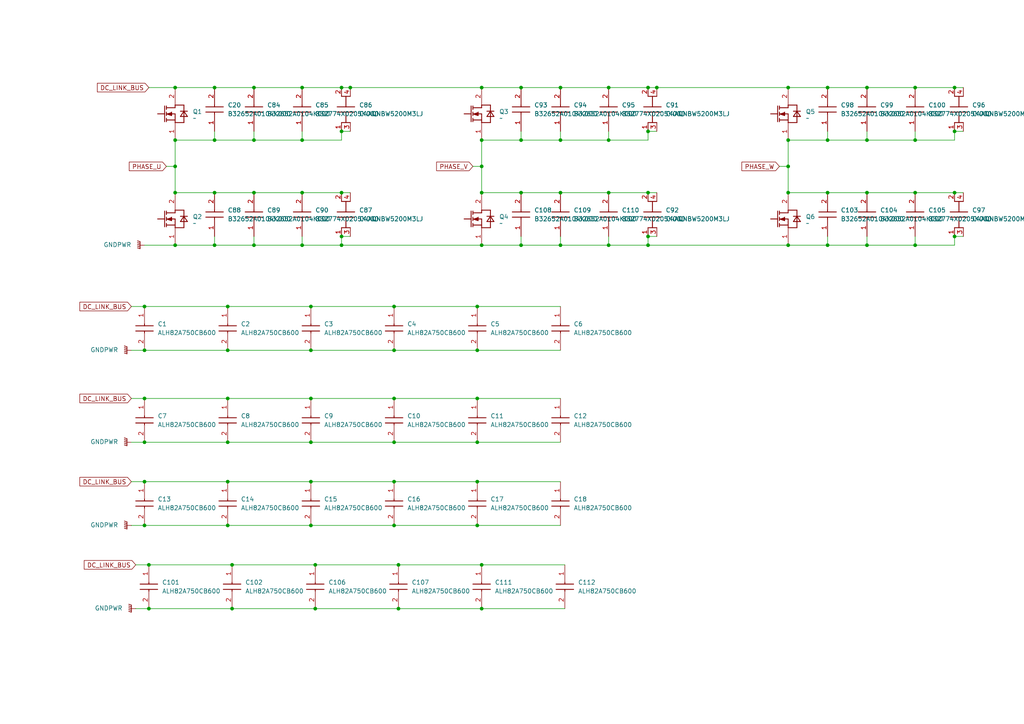
<source format=kicad_sch>
(kicad_sch (version 20250114) (generator "eeschema") (generator_version "9.0")
  (paper "A4")
  (junction (at 251.46 40.64))
  (junction (at 151.13 71.12))
  (junction (at 187.96 25.4))
  (junction (at 187.96 71.12))
  (junction (at 162.56 55.88))
  (junction (at 41.91 128.27))
  (junction (at 138.43 115.57))
  (junction (at 139.7 25.4))
  (junction (at 251.46 25.4))
  (junction (at 114.3 88.9))
  (junction (at 151.13 40.64))
  (junction (at 90.17 88.9))
  (junction (at 50.8 48.26))
  (junction (at 240.03 25.4))
  (junction (at 162.56 71.12))
  (junction (at 228.6 71.12))
  (junction (at 73.66 25.4))
  (junction (at 67.31 163.83))
  (junction (at 228.6 40.64))
  (junction (at 73.66 71.12))
  (junction (at 114.3 139.7))
  (junction (at 139.7 163.83))
  (junction (at 138.43 152.4))
  (junction (at 276.86 25.4))
  (junction (at 62.23 71.12))
  (junction (at 240.03 55.88))
  (junction (at 87.63 25.4))
  (junction (at 66.04 128.27))
  (junction (at 87.63 40.64))
  (junction (at 99.06 68.58))
  (junction (at 62.23 40.64))
  (junction (at 90.17 128.27))
  (junction (at 62.23 55.88))
  (junction (at 50.8 55.88))
  (junction (at 99.06 55.88))
  (junction (at 41.91 152.4))
  (junction (at 90.17 101.6))
  (junction (at 115.57 163.83))
  (junction (at 99.06 71.12))
  (junction (at 66.04 139.7))
  (junction (at 41.91 101.6))
  (junction (at 265.43 71.12))
  (junction (at 187.96 55.88))
  (junction (at 187.96 68.58))
  (junction (at 176.53 71.12))
  (junction (at 139.7 176.53))
  (junction (at 162.56 40.64))
  (junction (at 139.7 55.88))
  (junction (at 187.96 38.1))
  (junction (at 240.03 71.12))
  (junction (at 41.91 115.57))
  (junction (at 176.53 40.64))
  (junction (at 138.43 128.27))
  (junction (at 190.5 25.4))
  (junction (at 114.3 128.27))
  (junction (at 240.03 40.64))
  (junction (at 99.06 38.1))
  (junction (at 66.04 152.4))
  (junction (at 41.91 88.9))
  (junction (at 162.56 25.4))
  (junction (at 66.04 88.9))
  (junction (at 50.8 25.4))
  (junction (at 90.17 115.57))
  (junction (at 101.6 25.4))
  (junction (at 114.3 101.6))
  (junction (at 73.66 40.64))
  (junction (at 99.06 25.4))
  (junction (at 228.6 25.4))
  (junction (at 276.86 38.1))
  (junction (at 151.13 55.88))
  (junction (at 62.23 25.4))
  (junction (at 276.86 55.88))
  (junction (at 91.44 176.53))
  (junction (at 90.17 152.4))
  (junction (at 138.43 101.6))
  (junction (at 91.44 163.83))
  (junction (at 43.18 163.83))
  (junction (at 265.43 55.88))
  (junction (at 43.18 176.53))
  (junction (at 276.86 68.58))
  (junction (at 41.91 139.7))
  (junction (at 90.17 139.7))
  (junction (at 139.7 71.12))
  (junction (at 66.04 115.57))
  (junction (at 66.04 101.6))
  (junction (at 176.53 25.4))
  (junction (at 73.66 55.88))
  (junction (at 50.8 40.64))
  (junction (at 139.7 48.26))
  (junction (at 265.43 25.4))
  (junction (at 251.46 71.12))
  (junction (at 228.6 55.88))
  (junction (at 87.63 55.88))
  (junction (at 50.8 71.12))
  (junction (at 67.31 176.53))
  (junction (at 139.7 40.64))
  (junction (at 87.63 71.12))
  (junction (at 251.46 55.88))
  (junction (at 138.43 88.9))
  (junction (at 151.13 25.4))
  (junction (at 228.6 48.26))
  (junction (at 114.3 115.57))
  (junction (at 176.53 55.88))
  (junction (at 115.57 176.53))
  (junction (at 265.43 40.64))
  (junction (at 138.43 139.7))
  (junction (at 114.3 152.4))
  (wire (pts (xy 66.04 115.57) (xy 90.17 115.57)))
  (wire (pts (xy 151.13 55.88) (xy 162.56 55.88)))
  (wire (pts (xy 99.06 38.1) (xy 99.06 40.64)))
  (wire (pts (xy 114.3 88.9) (xy 138.43 88.9)))
  (wire (pts (xy 276.86 55.88) (xy 279.4 55.88)))
  (wire (pts (xy 99.06 68.58) (xy 101.6 68.58)))
  (wire (pts (xy 62.23 25.4) (xy 73.66 25.4)))
  (wire (pts (xy 151.13 38.1) (xy 151.13 40.64)))
  (wire (pts (xy 176.53 40.64) (xy 187.96 40.64)))
  (wire (pts (xy 114.3 152.4) (xy 138.43 152.4)))
  (wire (pts (xy 43.18 25.4) (xy 50.8 25.4)))
  (wire (pts (xy 43.18 163.83) (xy 67.31 163.83)))
  (wire (pts (xy 99.06 38.1) (xy 101.6 38.1)))
  (wire (pts (xy 276.86 38.1) (xy 276.86 40.64)))
  (wire (pts (xy 41.91 152.4) (xy 66.04 152.4)))
  (wire (pts (xy 151.13 68.58) (xy 151.13 71.12)))
  (wire (pts (xy 240.03 68.58) (xy 240.03 71.12)))
  (wire (pts (xy 41.91 101.6) (xy 66.04 101.6)))
  (wire (pts (xy 162.56 40.64) (xy 176.53 40.64)))
  (wire (pts (xy 240.03 55.88) (xy 251.46 55.88)))
  (wire (pts (xy 251.46 55.88) (xy 265.43 55.88)))
  (wire (pts (xy 41.91 139.7) (xy 66.04 139.7)))
  (wire (pts (xy 251.46 40.64) (xy 265.43 40.64)))
  (wire (pts (xy 87.63 68.58) (xy 87.63 71.12)))
  (wire (pts (xy 38.1 88.9) (xy 41.91 88.9)))
  (wire (pts (xy 139.7 71.12) (xy 151.13 71.12)))
  (wire (pts (xy 50.8 25.4) (xy 62.23 25.4)))
  (wire (pts (xy 240.03 71.12) (xy 251.46 71.12)))
  (wire (pts (xy 87.63 71.12) (xy 99.06 71.12)))
  (wire (pts (xy 66.04 128.27) (xy 90.17 128.27)))
  (wire (pts (xy 162.56 55.88) (xy 176.53 55.88)))
  (wire (pts (xy 50.8 48.26) (xy 50.8 55.88)))
  (wire (pts (xy 228.6 55.88) (xy 240.03 55.88)))
  (wire (pts (xy 43.18 176.53) (xy 67.31 176.53)))
  (wire (pts (xy 67.31 176.53) (xy 91.44 176.53)))
  (wire (pts (xy 101.6 25.4) (xy 139.7 25.4)))
  (wire (pts (xy 41.91 88.9) (xy 66.04 88.9)))
  (wire (pts (xy 139.7 55.88) (xy 151.13 55.88)))
  (wire (pts (xy 114.3 139.7) (xy 138.43 139.7)))
  (wire (pts (xy 240.03 38.1) (xy 240.03 40.64)))
  (wire (pts (xy 50.8 40.64) (xy 50.8 48.26)))
  (wire (pts (xy 139.7 40.64) (xy 139.7 48.26)))
  (wire (pts (xy 73.66 40.64) (xy 87.63 40.64)))
  (wire (pts (xy 228.6 25.4) (xy 240.03 25.4)))
  (wire (pts (xy 176.53 68.58) (xy 176.53 71.12)))
  (wire (pts (xy 187.96 68.58) (xy 187.96 71.12)))
  (wire (pts (xy 187.96 25.4) (xy 190.5 25.4)))
  (wire (pts (xy 115.57 163.83) (xy 139.7 163.83)))
  (wire (pts (xy 39.37 163.83) (xy 43.18 163.83)))
  (wire (pts (xy 276.86 38.1) (xy 279.4 38.1)))
  (wire (pts (xy 91.44 163.83) (xy 115.57 163.83)))
  (wire (pts (xy 162.56 71.12) (xy 176.53 71.12)))
  (wire (pts (xy 265.43 40.64) (xy 276.86 40.64)))
  (wire (pts (xy 90.17 101.6) (xy 114.3 101.6)))
  (wire (pts (xy 226.06 48.26) (xy 228.6 48.26)))
  (wire (pts (xy 137.16 48.26) (xy 139.7 48.26)))
  (wire (pts (xy 41.91 128.27) (xy 66.04 128.27)))
  (wire (pts (xy 114.3 115.57) (xy 138.43 115.57)))
  (wire (pts (xy 39.37 176.53) (xy 43.18 176.53)))
  (wire (pts (xy 187.96 55.88) (xy 190.5 55.88)))
  (wire (pts (xy 151.13 71.12) (xy 162.56 71.12)))
  (wire (pts (xy 265.43 68.58) (xy 265.43 71.12)))
  (wire (pts (xy 176.53 25.4) (xy 187.96 25.4)))
  (wire (pts (xy 41.91 115.57) (xy 66.04 115.57)))
  (wire (pts (xy 176.53 38.1) (xy 176.53 40.64)))
  (wire (pts (xy 62.23 71.12) (xy 73.66 71.12)))
  (wire (pts (xy 66.04 139.7) (xy 90.17 139.7)))
  (wire (pts (xy 50.8 40.64) (xy 62.23 40.64)))
  (wire (pts (xy 176.53 71.12) (xy 187.96 71.12)))
  (wire (pts (xy 87.63 40.64) (xy 99.06 40.64)))
  (wire (pts (xy 90.17 152.4) (xy 114.3 152.4)))
  (wire (pts (xy 176.53 55.88) (xy 187.96 55.88)))
  (wire (pts (xy 251.46 71.12) (xy 265.43 71.12)))
  (wire (pts (xy 99.06 71.12) (xy 139.7 71.12)))
  (wire (pts (xy 228.6 40.64) (xy 228.6 48.26)))
  (wire (pts (xy 114.3 101.6) (xy 138.43 101.6)))
  (wire (pts (xy 73.66 25.4) (xy 87.63 25.4)))
  (wire (pts (xy 115.57 176.53) (xy 139.7 176.53)))
  (wire (pts (xy 251.46 38.1) (xy 251.46 40.64)))
  (wire (pts (xy 138.43 88.9) (xy 162.56 88.9)))
  (wire (pts (xy 276.86 68.58) (xy 276.86 71.12)))
  (wire (pts (xy 162.56 68.58) (xy 162.56 71.12)))
  (wire (pts (xy 151.13 25.4) (xy 162.56 25.4)))
  (wire (pts (xy 265.43 71.12) (xy 276.86 71.12)))
  (wire (pts (xy 87.63 25.4) (xy 99.06 25.4)))
  (wire (pts (xy 162.56 38.1) (xy 162.56 40.64)))
  (wire (pts (xy 162.56 25.4) (xy 176.53 25.4)))
  (wire (pts (xy 251.46 25.4) (xy 265.43 25.4)))
  (wire (pts (xy 38.1 139.7) (xy 41.91 139.7)))
  (wire (pts (xy 187.96 71.12) (xy 228.6 71.12)))
  (wire (pts (xy 62.23 68.58) (xy 62.23 71.12)))
  (wire (pts (xy 38.1 115.57) (xy 41.91 115.57)))
  (wire (pts (xy 73.66 71.12) (xy 87.63 71.12)))
  (wire (pts (xy 66.04 101.6) (xy 90.17 101.6)))
  (wire (pts (xy 73.66 38.1) (xy 73.66 40.64)))
  (wire (pts (xy 38.1 101.6) (xy 41.91 101.6)))
  (wire (pts (xy 114.3 128.27) (xy 138.43 128.27)))
  (wire (pts (xy 138.43 128.27) (xy 162.56 128.27)))
  (wire (pts (xy 240.03 40.64) (xy 251.46 40.64)))
  (wire (pts (xy 138.43 101.6) (xy 162.56 101.6)))
  (wire (pts (xy 139.7 163.83) (xy 163.83 163.83)))
  (wire (pts (xy 138.43 139.7) (xy 162.56 139.7)))
  (wire (pts (xy 139.7 25.4) (xy 151.13 25.4)))
  (wire (pts (xy 276.86 68.58) (xy 279.4 68.58)))
  (wire (pts (xy 138.43 115.57) (xy 162.56 115.57)))
  (wire (pts (xy 87.63 38.1) (xy 87.63 40.64)))
  (wire (pts (xy 265.43 25.4) (xy 276.86 25.4)))
  (wire (pts (xy 187.96 38.1) (xy 190.5 38.1)))
  (wire (pts (xy 276.86 25.4) (xy 279.4 25.4)))
  (wire (pts (xy 48.26 48.26) (xy 50.8 48.26)))
  (wire (pts (xy 50.8 71.12) (xy 62.23 71.12)))
  (wire (pts (xy 73.66 55.88) (xy 87.63 55.88)))
  (wire (pts (xy 99.06 68.58) (xy 99.06 71.12)))
  (wire (pts (xy 139.7 48.26) (xy 139.7 55.88)))
  (wire (pts (xy 66.04 152.4) (xy 90.17 152.4)))
  (wire (pts (xy 138.43 152.4) (xy 162.56 152.4)))
  (wire (pts (xy 265.43 55.88) (xy 276.86 55.88)))
  (wire (pts (xy 66.04 88.9) (xy 90.17 88.9)))
  (wire (pts (xy 38.1 128.27) (xy 41.91 128.27)))
  (wire (pts (xy 187.96 68.58) (xy 190.5 68.58)))
  (wire (pts (xy 62.23 38.1) (xy 62.23 40.64)))
  (wire (pts (xy 187.96 38.1) (xy 187.96 40.64)))
  (wire (pts (xy 41.91 71.12) (xy 50.8 71.12)))
  (wire (pts (xy 151.13 40.64) (xy 162.56 40.64)))
  (wire (pts (xy 90.17 128.27) (xy 114.3 128.27)))
  (wire (pts (xy 62.23 40.64) (xy 73.66 40.64)))
  (wire (pts (xy 228.6 40.64) (xy 240.03 40.64)))
  (wire (pts (xy 62.23 55.88) (xy 73.66 55.88)))
  (wire (pts (xy 91.44 176.53) (xy 115.57 176.53)))
  (wire (pts (xy 90.17 139.7) (xy 114.3 139.7)))
  (wire (pts (xy 240.03 25.4) (xy 251.46 25.4)))
  (wire (pts (xy 251.46 68.58) (xy 251.46 71.12)))
  (wire (pts (xy 228.6 71.12) (xy 240.03 71.12)))
  (wire (pts (xy 139.7 40.64) (xy 151.13 40.64)))
  (wire (pts (xy 90.17 115.57) (xy 114.3 115.57)))
  (wire (pts (xy 73.66 68.58) (xy 73.66 71.12)))
  (wire (pts (xy 228.6 48.26) (xy 228.6 55.88)))
  (wire (pts (xy 90.17 88.9) (xy 114.3 88.9)))
  (wire (pts (xy 99.06 55.88) (xy 101.6 55.88)))
  (wire (pts (xy 99.06 25.4) (xy 101.6 25.4)))
  (wire (pts (xy 139.7 176.53) (xy 163.83 176.53)))
  (wire (pts (xy 67.31 163.83) (xy 91.44 163.83)))
  (wire (pts (xy 190.5 25.4) (xy 228.6 25.4)))
  (wire (pts (xy 38.1 152.4) (xy 41.91 152.4)))
  (wire (pts (xy 87.63 55.88) (xy 99.06 55.88)))
  (wire (pts (xy 265.43 38.1) (xy 265.43 40.64)))
  (wire (pts (xy 50.8 55.88) (xy 62.23 55.88)))
  (global_label "DC_LINK_BUS" (shape input) (at 38.1 115.57 180) (property "Intersheetrefs" "${INTERSHEET_REFS}" (effects (hide yes))))
  (global_label "DC_LINK_BUS" (shape input) (at 38.1 139.7 180) (property "Intersheetrefs" "${INTERSHEET_REFS}" (effects (hide yes))))
  (global_label "PHASE_U" (shape input) (at 48.26 48.26 180) (property "Intersheetrefs" "${INTERSHEET_REFS}" (effects (hide yes))))
  (global_label "DC_LINK_BUS" (shape input) (at 38.1 88.9 180) (property "Intersheetrefs" "${INTERSHEET_REFS}" (effects (hide yes))))
  (global_label "PHASE_V" (shape input) (at 137.16 48.26 180) (property "Intersheetrefs" "${INTERSHEET_REFS}" (effects (hide yes))))
  (global_label "PHASE_W" (shape input) (at 226.06 48.26 180) (property "Intersheetrefs" "${INTERSHEET_REFS}" (effects (hide yes))))
  (global_label "DC_LINK_BUS" (shape input) (at 43.18 25.4 180) (property "Intersheetrefs" "${INTERSHEET_REFS}" (effects (hide yes))))
  (global_label "DC_LINK_BUS" (shape input) (at 39.37 163.83 180) (property "Intersheetrefs" "${INTERSHEET_REFS}" (effects (hide yes))))
  (symbol (lib_id "InverterCom:B32652A0104K000") (at 251.46 68.58 90) (unit 1)
    (property "Reference" "C104" (at 255.27 60.9599 90) (effects (justify right)))
    (property "Value" "B32652A0104K000" (at 255.27 63.4999 90) (effects (justify right)))
    (property "Footprint" "InverterCom:B32652__18_x_9_" (effects (hide yes)))
    (property "Datasheet" "https://componentsearchengine.com/Datasheets/1/B32652A0104K000.pdf" (effects (hide yes)))
    (property "Description" "Metallized Polypropylene Capacitors (MKP/MFP), 0.1uF, 1000V DC, 9mm(W) x 17.5mm(H) x 18mm(L)" (effects (hide yes)))
    (property "Height" "17.5" (effects (hide yes)))
    (property "Mouser Part Number" "871-B32652A104K" (effects (hide yes)))
    (property "Mouser Price/Stock" "https://www.mouser.com/Search/Refine.aspx?Keyword=871-B32652A104K" (effects (hide yes)))
    (property "Manufacturer_Name" "TDK" (effects (hide yes)))
    (property "Manufacturer_Part_Number" "B32652A0104K000" (effects (hide yes)))
  )
  (symbol (lib_id "InverterCom:ALH82A750CB600") (at 90.17 139.7 270) (unit 1)
    (property "Reference" "C15" (at 93.98 144.7799 90) (effects (justify left)))
    (property "Value" "ALH82A750CB600" (at 93.98 147.3199 90) (effects (justify left)))
    (property "Footprint" "InverterCom:ALH82A750CB600" (effects (hide yes)))
    (property "Datasheet" "https://search.kemet.com/component-documentation/download/specsheet/ALH82A750CB600" (effects (hide yes)))
    (property "Description" "75 F 600 V Aluminum Electrolytic Capacitors Radial, Can - Snap-In 1.861Ohm @ 100Hz 3000 Hrs @ 105C" (effects (hide yes)))
    (property "Height" "32" (effects (hide yes)))
    (property "Mouser Part Number" "80-ALH82A750CB600" (effects (hide yes)))
    (property "Mouser Price/Stock" "https://www.mouser.co.uk/ProductDetail/KEMET/ALH82A750CB600?qs=IPgv5n7u5QYD2qLIrnuv%2FQ%3D%3D" (effects (hide yes)))
    (property "Manufacturer_Name" "KEMET" (effects (hide yes)))
    (property "Manufacturer_Part_Number" "ALH82A750CB600" (effects (hide yes)))
  )
  (symbol (lib_id "InverterCom:C4AQNBW5200M3LJ") (at 278.13 38.1 90) (unit 1)
    (property "Reference" "C96" (at 281.94 30.4799 90) (effects (justify right)))
    (property "Value" "C4AQNBW5200M3LJ" (at 281.94 33.0199 90) (effects (justify right)))
    (property "Footprint" "InverterCom:C4AQNBW5200M3LJ" (effects (hide yes)))
    (property "Datasheet" "https://search.kemet.com/component-documentation/download/specsheet/C4AQNBW5200M3LJ" (effects (hide yes)))
    (property "Description" "C4AQ-M, Film, Metallized Polypropylene, Automotive DC Link, 20 uF, 5%, 1000 VDC, 85C, Lead Spacing = 37.5mm" (effects (hide yes)))
    (property "Height" "45.2" (effects (hide yes)))
    (property "Mouser Part Number" "80-C4AQNBW5200M3LJ" (effects (hide yes)))
    (property "Mouser Price/Stock" "https://www.mouser.co.uk/ProductDetail/KEMET/C4AQNBW5200M3LJ?qs=81r%252BiQLm7BTexTL%252BFIaRbw%3D%3D" (effects (hide yes)))
    (property "Manufacturer_Name" "KEMET" (effects (hide yes)))
    (property "Manufacturer_Part_Number" "C4AQNBW5200M3LJ" (effects (hide yes)))
  )
  (symbol (lib_id "InverterCom:B32652A0104K000") (at 62.23 68.58 90) (unit 1)
    (property "Reference" "C88" (at 66.04 60.9599 90) (effects (justify right)))
    (property "Value" "B32652A0104K000" (at 66.04 63.4999 90) (effects (justify right)))
    (property "Footprint" "InverterCom:B32652__18_x_9_" (effects (hide yes)))
    (property "Datasheet" "https://componentsearchengine.com/Datasheets/1/B32652A0104K000.pdf" (effects (hide yes)))
    (property "Description" "Metallized Polypropylene Capacitors (MKP/MFP), 0.1uF, 1000V DC, 9mm(W) x 17.5mm(H) x 18mm(L)" (effects (hide yes)))
    (property "Height" "17.5" (effects (hide yes)))
    (property "Mouser Part Number" "871-B32652A104K" (effects (hide yes)))
    (property "Mouser Price/Stock" "https://www.mouser.com/Search/Refine.aspx?Keyword=871-B32652A104K" (effects (hide yes)))
    (property "Manufacturer_Name" "TDK" (effects (hide yes)))
    (property "Manufacturer_Part_Number" "B32652A0104K000" (effects (hide yes)))
  )
  (symbol (lib_id "InverterCom:B32774X0205K000") (at 176.53 38.1 90) (unit 1)
    (property "Reference" "C95" (at 180.34 30.4799 90) (effects (justify right)))
    (property "Value" "B32774X0205K000" (at 180.34 33.0199 90) (effects (justify right)))
    (property "Footprint" "InverterCom:B32774X__31.5_x_12.5_" (effects (hide yes)))
    (property "Datasheet" "https://product.tdk.com/system/files/dam/doc/product/capacitor/film/mkp_mfp/data_sheet/20/20/ds/mkp_b32774xyz_778xyz.pdf" (effects (hide yes)))
    (property "Description" "Metallized Polypropylene Capacitors (MKP/MFP), 2uF, 1000V DC, 12.5mm(W) x 21.5mm(H) x 31.5mm(L)" (effects (hide yes)))
    (property "Mouser Part Number" "871-B32774X0205K000" (effects (hide yes)))
    (property "Mouser Price/Stock" "https://www.mouser.co.uk/ProductDetail/EPCOS-TDK/B32774X0205K000?qs=RcG8xmE7yp3ZVC860hBcuA%3D%3D" (effects (hide yes)))
    (property "Manufacturer_Name" "TDK" (effects (hide yes)))
    (property "Manufacturer_Part_Number" "B32774X0205K000" (effects (hide yes)))
  )
  (symbol (lib_id "InverterCom:ALH82A750CB600") (at 114.3 88.9 270) (unit 1)
    (property "Reference" "C4" (at 118.11 93.9799 90) (effects (justify left)))
    (property "Value" "ALH82A750CB600" (at 118.11 96.5199 90) (effects (justify left)))
    (property "Footprint" "InverterCom:ALH82A750CB600" (effects (hide yes)))
    (property "Datasheet" "https://search.kemet.com/component-documentation/download/specsheet/ALH82A750CB600" (effects (hide yes)))
    (property "Description" "75 F 600 V Aluminum Electrolytic Capacitors Radial, Can - Snap-In 1.861Ohm @ 100Hz 3000 Hrs @ 105C" (effects (hide yes)))
    (property "Height" "32" (effects (hide yes)))
    (property "Mouser Part Number" "80-ALH82A750CB600" (effects (hide yes)))
    (property "Mouser Price/Stock" "https://www.mouser.co.uk/ProductDetail/KEMET/ALH82A750CB600?qs=IPgv5n7u5QYD2qLIrnuv%2FQ%3D%3D" (effects (hide yes)))
    (property "Manufacturer_Name" "KEMET" (effects (hide yes)))
    (property "Manufacturer_Part_Number" "ALH82A750CB600" (effects (hide yes)))
  )
  (symbol (lib_id "InverterCom:ALH82A750CB600") (at 114.3 139.7 270) (unit 1)
    (property "Reference" "C16" (at 118.11 144.7799 90) (effects (justify left)))
    (property "Value" "ALH82A750CB600" (at 118.11 147.3199 90) (effects (justify left)))
    (property "Footprint" "InverterCom:ALH82A750CB600" (effects (hide yes)))
    (property "Datasheet" "https://search.kemet.com/component-documentation/download/specsheet/ALH82A750CB600" (effects (hide yes)))
    (property "Description" "75 F 600 V Aluminum Electrolytic Capacitors Radial, Can - Snap-In 1.861Ohm @ 100Hz 3000 Hrs @ 105C" (effects (hide yes)))
    (property "Height" "32" (effects (hide yes)))
    (property "Mouser Part Number" "80-ALH82A750CB600" (effects (hide yes)))
    (property "Mouser Price/Stock" "https://www.mouser.co.uk/ProductDetail/KEMET/ALH82A750CB600?qs=IPgv5n7u5QYD2qLIrnuv%2FQ%3D%3D" (effects (hide yes)))
    (property "Manufacturer_Name" "KEMET" (effects (hide yes)))
    (property "Manufacturer_Part_Number" "ALH82A750CB600" (effects (hide yes)))
  )
  (symbol (lib_id "InverterCom:ALH82A750CB600") (at 163.83 163.83 270) (unit 1)
    (property "Reference" "C112" (at 167.64 168.9099 90) (effects (justify left)))
    (property "Value" "ALH82A750CB600" (at 167.64 171.4499 90) (effects (justify left)))
    (property "Footprint" "InverterCom:ALH82A750CB600" (effects (hide yes)))
    (property "Datasheet" "https://search.kemet.com/component-documentation/download/specsheet/ALH82A750CB600" (effects (hide yes)))
    (property "Description" "75 F 600 V Aluminum Electrolytic Capacitors Radial, Can - Snap-In 1.861Ohm @ 100Hz 3000 Hrs @ 105C" (effects (hide yes)))
    (property "Height" "32" (effects (hide yes)))
    (property "Mouser Part Number" "80-ALH82A750CB600" (effects (hide yes)))
    (property "Mouser Price/Stock" "https://www.mouser.co.uk/ProductDetail/KEMET/ALH82A750CB600?qs=IPgv5n7u5QYD2qLIrnuv%2FQ%3D%3D" (effects (hide yes)))
    (property "Manufacturer_Name" "KEMET" (effects (hide yes)))
    (property "Manufacturer_Part_Number" "ALH82A750CB600" (effects (hide yes)))
  )
  (symbol (lib_id "power:GNDPWR") (at 38.1 152.4 270) (unit 1)
    (property "Reference" "#PWR04" (effects (hide yes)))
    (property "Value" "GNDPWR" (at 34.29 152.2729 90) (effects (justify right)))
    (property "Description" "Power symbol creates a global label with name \"GNDPWR\" , global ground" (effects (hide yes)))
  )
  (symbol (lib_id "InverterCom:ALH82A750CB600") (at 91.44 163.83 270) (unit 1)
    (property "Reference" "C106" (at 95.25 168.9099 90) (effects (justify left)))
    (property "Value" "ALH82A750CB600" (at 95.25 171.4499 90) (effects (justify left)))
    (property "Footprint" "InverterCom:ALH82A750CB600" (effects (hide yes)))
    (property "Datasheet" "https://search.kemet.com/component-documentation/download/specsheet/ALH82A750CB600" (effects (hide yes)))
    (property "Description" "75 F 600 V Aluminum Electrolytic Capacitors Radial, Can - Snap-In 1.861Ohm @ 100Hz 3000 Hrs @ 105C" (effects (hide yes)))
    (property "Height" "32" (effects (hide yes)))
    (property "Mouser Part Number" "80-ALH82A750CB600" (effects (hide yes)))
    (property "Mouser Price/Stock" "https://www.mouser.co.uk/ProductDetail/KEMET/ALH82A750CB600?qs=IPgv5n7u5QYD2qLIrnuv%2FQ%3D%3D" (effects (hide yes)))
    (property "Manufacturer_Name" "KEMET" (effects (hide yes)))
    (property "Manufacturer_Part_Number" "ALH82A750CB600" (effects (hide yes)))
  )
  (symbol (lib_id "InverterCom:C4AQNBW5200M3LJ") (at 189.23 68.58 90) (unit 1)
    (property "Reference" "C92" (at 193.04 60.9599 90) (effects (justify right)))
    (property "Value" "C4AQNBW5200M3LJ" (at 193.04 63.4999 90) (effects (justify right)))
    (property "Footprint" "InverterCom:C4AQNBW5200M3LJ" (effects (hide yes)))
    (property "Datasheet" "https://search.kemet.com/component-documentation/download/specsheet/C4AQNBW5200M3LJ" (effects (hide yes)))
    (property "Description" "C4AQ-M, Film, Metallized Polypropylene, Automotive DC Link, 20 uF, 5%, 1000 VDC, 85C, Lead Spacing = 37.5mm" (effects (hide yes)))
    (property "Height" "45.2" (effects (hide yes)))
    (property "Mouser Part Number" "80-C4AQNBW5200M3LJ" (effects (hide yes)))
    (property "Mouser Price/Stock" "https://www.mouser.co.uk/ProductDetail/KEMET/C4AQNBW5200M3LJ?qs=81r%252BiQLm7BTexTL%252BFIaRbw%3D%3D" (effects (hide yes)))
    (property "Manufacturer_Name" "KEMET" (effects (hide yes)))
    (property "Manufacturer_Part_Number" "C4AQNBW5200M3LJ" (effects (hide yes)))
  )
  (symbol (lib_id "InverterCom:ALH82A750CB600") (at 138.43 139.7 270) (unit 1)
    (property "Reference" "C17" (at 142.24 144.7799 90) (effects (justify left)))
    (property "Value" "ALH82A750CB600" (at 142.24 147.3199 90) (effects (justify left)))
    (property "Footprint" "InverterCom:ALH82A750CB600" (effects (hide yes)))
    (property "Datasheet" "https://search.kemet.com/component-documentation/download/specsheet/ALH82A750CB600" (effects (hide yes)))
    (property "Description" "75 F 600 V Aluminum Electrolytic Capacitors Radial, Can - Snap-In 1.861Ohm @ 100Hz 3000 Hrs @ 105C" (effects (hide yes)))
    (property "Height" "32" (effects (hide yes)))
    (property "Mouser Part Number" "80-ALH82A750CB600" (effects (hide yes)))
    (property "Mouser Price/Stock" "https://www.mouser.co.uk/ProductDetail/KEMET/ALH82A750CB600?qs=IPgv5n7u5QYD2qLIrnuv%2FQ%3D%3D" (effects (hide yes)))
    (property "Manufacturer_Name" "KEMET" (effects (hide yes)))
    (property "Manufacturer_Part_Number" "ALH82A750CB600" (effects (hide yes)))
  )
  (symbol (lib_id "InverterCom:B32652A0104K000") (at 73.66 68.58 90) (unit 1)
    (property "Reference" "C89" (at 77.47 60.9599 90) (effects (justify right)))
    (property "Value" "B32652A0104K000" (at 77.47 63.4999 90) (effects (justify right)))
    (property "Footprint" "InverterCom:B32652__18_x_9_" (effects (hide yes)))
    (property "Datasheet" "https://componentsearchengine.com/Datasheets/1/B32652A0104K000.pdf" (effects (hide yes)))
    (property "Description" "Metallized Polypropylene Capacitors (MKP/MFP), 0.1uF, 1000V DC, 9mm(W) x 17.5mm(H) x 18mm(L)" (effects (hide yes)))
    (property "Height" "17.5" (effects (hide yes)))
    (property "Mouser Part Number" "871-B32652A104K" (effects (hide yes)))
    (property "Mouser Price/Stock" "https://www.mouser.com/Search/Refine.aspx?Keyword=871-B32652A104K" (effects (hide yes)))
    (property "Manufacturer_Name" "TDK" (effects (hide yes)))
    (property "Manufacturer_Part_Number" "B32652A0104K000" (effects (hide yes)))
  )
  (symbol (lib_id "InverterCom:B32652A0104K000") (at 162.56 68.58 90) (unit 1)
    (property "Reference" "C109" (at 166.37 60.9599 90) (effects (justify right)))
    (property "Value" "B32652A0104K000" (at 166.37 63.4999 90) (effects (justify right)))
    (property "Footprint" "InverterCom:B32652__18_x_9_" (effects (hide yes)))
    (property "Datasheet" "https://componentsearchengine.com/Datasheets/1/B32652A0104K000.pdf" (effects (hide yes)))
    (property "Description" "Metallized Polypropylene Capacitors (MKP/MFP), 0.1uF, 1000V DC, 9mm(W) x 17.5mm(H) x 18mm(L)" (effects (hide yes)))
    (property "Height" "17.5" (effects (hide yes)))
    (property "Mouser Part Number" "871-B32652A104K" (effects (hide yes)))
    (property "Mouser Price/Stock" "https://www.mouser.com/Search/Refine.aspx?Keyword=871-B32652A104K" (effects (hide yes)))
    (property "Manufacturer_Name" "TDK" (effects (hide yes)))
    (property "Manufacturer_Part_Number" "B32652A0104K000" (effects (hide yes)))
  )
  (symbol (lib_id "power:GNDPWR") (at 38.1 128.27 270) (unit 1)
    (property "Reference" "#PWR03" (effects (hide yes)))
    (property "Value" "GNDPWR" (at 34.29 128.1429 90) (effects (justify right)))
    (property "Description" "Power symbol creates a global label with name \"GNDPWR\" , global ground" (effects (hide yes)))
  )
  (symbol (lib_id "InverterCom:C4AQNBW5200M3LJ") (at 100.33 68.58 90) (unit 1)
    (property "Reference" "C87" (at 104.14 60.9599 90) (effects (justify right)))
    (property "Value" "C4AQNBW5200M3LJ" (at 104.14 63.4999 90) (effects (justify right)))
    (property "Footprint" "InverterCom:C4AQNBW5200M3LJ" (effects (hide yes)))
    (property "Datasheet" "https://search.kemet.com/component-documentation/download/specsheet/C4AQNBW5200M3LJ" (effects (hide yes)))
    (property "Description" "C4AQ-M, Film, Metallized Polypropylene, Automotive DC Link, 20 uF, 5%, 1000 VDC, 85C, Lead Spacing = 37.5mm" (effects (hide yes)))
    (property "Height" "45.2" (effects (hide yes)))
    (property "Mouser Part Number" "80-C4AQNBW5200M3LJ" (effects (hide yes)))
    (property "Mouser Price/Stock" "https://www.mouser.co.uk/ProductDetail/KEMET/C4AQNBW5200M3LJ?qs=81r%252BiQLm7BTexTL%252BFIaRbw%3D%3D" (effects (hide yes)))
    (property "Manufacturer_Name" "KEMET" (effects (hide yes)))
    (property "Manufacturer_Part_Number" "C4AQNBW5200M3LJ" (effects (hide yes)))
  )
  (symbol (lib_id "InverterCom:ALH82A750CB600") (at 115.57 163.83 270) (unit 1)
    (property "Reference" "C107" (at 119.38 168.9099 90) (effects (justify left)))
    (property "Value" "ALH82A750CB600" (at 119.38 171.4499 90) (effects (justify left)))
    (property "Footprint" "InverterCom:ALH82A750CB600" (effects (hide yes)))
    (property "Datasheet" "https://search.kemet.com/component-documentation/download/specsheet/ALH82A750CB600" (effects (hide yes)))
    (property "Description" "75 F 600 V Aluminum Electrolytic Capacitors Radial, Can - Snap-In 1.861Ohm @ 100Hz 3000 Hrs @ 105C" (effects (hide yes)))
    (property "Height" "32" (effects (hide yes)))
    (property "Mouser Part Number" "80-ALH82A750CB600" (effects (hide yes)))
    (property "Mouser Price/Stock" "https://www.mouser.co.uk/ProductDetail/KEMET/ALH82A750CB600?qs=IPgv5n7u5QYD2qLIrnuv%2FQ%3D%3D" (effects (hide yes)))
    (property "Manufacturer_Name" "KEMET" (effects (hide yes)))
    (property "Manufacturer_Part_Number" "ALH82A750CB600" (effects (hide yes)))
  )
  (symbol (lib_id "InverterCom:ALH82A750CB600") (at 66.04 88.9 270) (unit 1)
    (property "Reference" "C2" (at 69.85 93.9799 90) (effects (justify left)))
    (property "Value" "ALH82A750CB600" (at 69.85 96.5199 90) (effects (justify left)))
    (property "Footprint" "InverterCom:ALH82A750CB600" (effects (hide yes)))
    (property "Datasheet" "https://search.kemet.com/component-documentation/download/specsheet/ALH82A750CB600" (effects (hide yes)))
    (property "Description" "75 F 600 V Aluminum Electrolytic Capacitors Radial, Can - Snap-In 1.861Ohm @ 100Hz 3000 Hrs @ 105C" (effects (hide yes)))
    (property "Height" "32" (effects (hide yes)))
    (property "Mouser Part Number" "80-ALH82A750CB600" (effects (hide yes)))
    (property "Mouser Price/Stock" "https://www.mouser.co.uk/ProductDetail/KEMET/ALH82A750CB600?qs=IPgv5n7u5QYD2qLIrnuv%2FQ%3D%3D" (effects (hide yes)))
    (property "Manufacturer_Name" "KEMET" (effects (hide yes)))
    (property "Manufacturer_Part_Number" "ALH82A750CB600" (effects (hide yes)))
  )
  (symbol (lib_id "InverterCom:ALH82A750CB600") (at 162.56 88.9 270) (unit 1)
    (property "Reference" "C6" (at 166.37 93.9799 90) (effects (justify left)))
    (property "Value" "ALH82A750CB600" (at 166.37 96.5199 90) (effects (justify left)))
    (property "Footprint" "InverterCom:ALH82A750CB600" (effects (hide yes)))
    (property "Datasheet" "https://search.kemet.com/component-documentation/download/specsheet/ALH82A750CB600" (effects (hide yes)))
    (property "Description" "75 F 600 V Aluminum Electrolytic Capacitors Radial, Can - Snap-In 1.861Ohm @ 100Hz 3000 Hrs @ 105C" (effects (hide yes)))
    (property "Height" "32" (effects (hide yes)))
    (property "Mouser Part Number" "80-ALH82A750CB600" (effects (hide yes)))
    (property "Mouser Price/Stock" "https://www.mouser.co.uk/ProductDetail/KEMET/ALH82A750CB600?qs=IPgv5n7u5QYD2qLIrnuv%2FQ%3D%3D" (effects (hide yes)))
    (property "Manufacturer_Name" "KEMET" (effects (hide yes)))
    (property "Manufacturer_Part_Number" "ALH82A750CB600" (effects (hide yes)))
  )
  (symbol (lib_id "InverterCom:B32774X0205K000") (at 265.43 38.1 90) (unit 1)
    (property "Reference" "C100" (at 269.24 30.4799 90) (effects (justify right)))
    (property "Value" "B32774X0205K000" (at 269.24 33.0199 90) (effects (justify right)))
    (property "Footprint" "InverterCom:B32774X__31.5_x_12.5_" (effects (hide yes)))
    (property "Datasheet" "https://product.tdk.com/system/files/dam/doc/product/capacitor/film/mkp_mfp/data_sheet/20/20/ds/mkp_b32774xyz_778xyz.pdf" (effects (hide yes)))
    (property "Description" "Metallized Polypropylene Capacitors (MKP/MFP), 2uF, 1000V DC, 12.5mm(W) x 21.5mm(H) x 31.5mm(L)" (effects (hide yes)))
    (property "Mouser Part Number" "871-B32774X0205K000" (effects (hide yes)))
    (property "Mouser Price/Stock" "https://www.mouser.co.uk/ProductDetail/EPCOS-TDK/B32774X0205K000?qs=RcG8xmE7yp3ZVC860hBcuA%3D%3D" (effects (hide yes)))
    (property "Manufacturer_Name" "TDK" (effects (hide yes)))
    (property "Manufacturer_Part_Number" "B32774X0205K000" (effects (hide yes)))
  )
  (symbol (lib_id "InverterCom:C4AQNBW5200M3LJ") (at 100.33 38.1 90) (unit 1)
    (property "Reference" "C86" (at 104.14 30.4799 90) (effects (justify right)))
    (property "Value" "C4AQNBW5200M3LJ" (at 104.14 33.0199 90) (effects (justify right)))
    (property "Footprint" "InverterCom:C4AQNBW5200M3LJ" (effects (hide yes)))
    (property "Datasheet" "https://search.kemet.com/component-documentation/download/specsheet/C4AQNBW5200M3LJ" (effects (hide yes)))
    (property "Description" "C4AQ-M, Film, Metallized Polypropylene, Automotive DC Link, 20 uF, 5%, 1000 VDC, 85C, Lead Spacing = 37.5mm" (effects (hide yes)))
    (property "Height" "45.2" (effects (hide yes)))
    (property "Mouser Part Number" "80-C4AQNBW5200M3LJ" (effects (hide yes)))
    (property "Mouser Price/Stock" "https://www.mouser.co.uk/ProductDetail/KEMET/C4AQNBW5200M3LJ?qs=81r%252BiQLm7BTexTL%252BFIaRbw%3D%3D" (effects (hide yes)))
    (property "Manufacturer_Name" "KEMET" (effects (hide yes)))
    (property "Manufacturer_Part_Number" "C4AQNBW5200M3LJ" (effects (hide yes)))
  )
  (symbol (lib_id "InverterCom:B32652A0104K000") (at 62.23 38.1 90) (unit 1)
    (property "Reference" "C20" (at 66.04 30.4799 90) (effects (justify right)))
    (property "Value" "B32652A0104K000" (at 66.04 33.0199 90) (effects (justify right)))
    (property "Footprint" "InverterCom:B32652__18_x_9_" (effects (hide yes)))
    (property "Datasheet" "https://componentsearchengine.com/Datasheets/1/B32652A0104K000.pdf" (effects (hide yes)))
    (property "Description" "Metallized Polypropylene Capacitors (MKP/MFP), 0.1uF, 1000V DC, 9mm(W) x 17.5mm(H) x 18mm(L)" (effects (hide yes)))
    (property "Height" "17.5" (effects (hide yes)))
    (property "Mouser Part Number" "871-B32652A104K" (effects (hide yes)))
    (property "Mouser Price/Stock" "https://www.mouser.com/Search/Refine.aspx?Keyword=871-B32652A104K" (effects (hide yes)))
    (property "Manufacturer_Name" "TDK" (effects (hide yes)))
    (property "Manufacturer_Part_Number" "B32652A0104K000" (effects (hide yes)))
  )
  (symbol (lib_id "InverterCom:CM600HA-24H_Power") (at 50.8 63.5 0) (unit 1)
    (property "Reference" "Q2" (at 55.88 62.8649 0) (effects (justify left)))
    (property "Value" "~" (at 55.88 64.77 0) (effects (justify left)))
    (property "Footprint" "InverterCom:CM600HA-24H-PWR" (effects (hide yes)))
  )
  (symbol (lib_id "InverterCom:B32774X0205K000") (at 265.43 68.58 90) (unit 1)
    (property "Reference" "C105" (at 269.24 60.9599 90) (effects (justify right)))
    (property "Value" "B32774X0205K000" (at 269.24 63.4999 90) (effects (justify right)))
    (property "Footprint" "InverterCom:B32774X__31.5_x_12.5_" (effects (hide yes)))
    (property "Datasheet" "https://product.tdk.com/system/files/dam/doc/product/capacitor/film/mkp_mfp/data_sheet/20/20/ds/mkp_b32774xyz_778xyz.pdf" (effects (hide yes)))
    (property "Description" "Metallized Polypropylene Capacitors (MKP/MFP), 2uF, 1000V DC, 12.5mm(W) x 21.5mm(H) x 31.5mm(L)" (effects (hide yes)))
    (property "Mouser Part Number" "871-B32774X0205K000" (effects (hide yes)))
    (property "Mouser Price/Stock" "https://www.mouser.co.uk/ProductDetail/EPCOS-TDK/B32774X0205K000?qs=RcG8xmE7yp3ZVC860hBcuA%3D%3D" (effects (hide yes)))
    (property "Manufacturer_Name" "TDK" (effects (hide yes)))
    (property "Manufacturer_Part_Number" "B32774X0205K000" (effects (hide yes)))
  )
  (symbol (lib_id "InverterCom:ALH82A750CB600") (at 41.91 139.7 270) (unit 1)
    (property "Reference" "C13" (at 45.72 144.7799 90) (effects (justify left)))
    (property "Value" "ALH82A750CB600" (at 45.72 147.3199 90) (effects (justify left)))
    (property "Footprint" "InverterCom:ALH82A750CB600" (effects (hide yes)))
    (property "Datasheet" "https://search.kemet.com/component-documentation/download/specsheet/ALH82A750CB600" (effects (hide yes)))
    (property "Description" "75 F 600 V Aluminum Electrolytic Capacitors Radial, Can - Snap-In 1.861Ohm @ 100Hz 3000 Hrs @ 105C" (effects (hide yes)))
    (property "Height" "32" (effects (hide yes)))
    (property "Mouser Part Number" "80-ALH82A750CB600" (effects (hide yes)))
    (property "Mouser Price/Stock" "https://www.mouser.co.uk/ProductDetail/KEMET/ALH82A750CB600?qs=IPgv5n7u5QYD2qLIrnuv%2FQ%3D%3D" (effects (hide yes)))
    (property "Manufacturer_Name" "KEMET" (effects (hide yes)))
    (property "Manufacturer_Part_Number" "ALH82A750CB600" (effects (hide yes)))
  )
  (symbol (lib_id "InverterCom:B32652A0104K000") (at 240.03 38.1 90) (unit 1)
    (property "Reference" "C98" (at 243.84 30.4799 90) (effects (justify right)))
    (property "Value" "B32652A0104K000" (at 243.84 33.0199 90) (effects (justify right)))
    (property "Footprint" "InverterCom:B32652__18_x_9_" (effects (hide yes)))
    (property "Datasheet" "https://componentsearchengine.com/Datasheets/1/B32652A0104K000.pdf" (effects (hide yes)))
    (property "Description" "Metallized Polypropylene Capacitors (MKP/MFP), 0.1uF, 1000V DC, 9mm(W) x 17.5mm(H) x 18mm(L)" (effects (hide yes)))
    (property "Height" "17.5" (effects (hide yes)))
    (property "Mouser Part Number" "871-B32652A104K" (effects (hide yes)))
    (property "Mouser Price/Stock" "https://www.mouser.com/Search/Refine.aspx?Keyword=871-B32652A104K" (effects (hide yes)))
    (property "Manufacturer_Name" "TDK" (effects (hide yes)))
    (property "Manufacturer_Part_Number" "B32652A0104K000" (effects (hide yes)))
  )
  (symbol (lib_id "InverterCom:CM600HA-24H_Power") (at 228.6 33.02 0) (unit 1)
    (property "Reference" "Q5" (at 233.68 32.3849 0) (effects (justify left)))
    (property "Value" "~" (at 233.68 34.29 0) (effects (justify left)))
    (property "Footprint" "InverterCom:CM600HA-24H-PWR" (effects (hide yes)))
  )
  (symbol (lib_id "InverterCom:B32652A0104K000") (at 73.66 38.1 90) (unit 1)
    (property "Reference" "C84" (at 77.47 30.4799 90) (effects (justify right)))
    (property "Value" "B32652A0104K000" (at 77.47 33.0199 90) (effects (justify right)))
    (property "Footprint" "InverterCom:B32652__18_x_9_" (effects (hide yes)))
    (property "Datasheet" "https://componentsearchengine.com/Datasheets/1/B32652A0104K000.pdf" (effects (hide yes)))
    (property "Description" "Metallized Polypropylene Capacitors (MKP/MFP), 0.1uF, 1000V DC, 9mm(W) x 17.5mm(H) x 18mm(L)" (effects (hide yes)))
    (property "Height" "17.5" (effects (hide yes)))
    (property "Mouser Part Number" "871-B32652A104K" (effects (hide yes)))
    (property "Mouser Price/Stock" "https://www.mouser.com/Search/Refine.aspx?Keyword=871-B32652A104K" (effects (hide yes)))
    (property "Manufacturer_Name" "TDK" (effects (hide yes)))
    (property "Manufacturer_Part_Number" "B32652A0104K000" (effects (hide yes)))
  )
  (symbol (lib_id "InverterCom:B32774X0205K000") (at 87.63 38.1 90) (unit 1)
    (property "Reference" "C85" (at 91.44 30.4799 90) (effects (justify right)))
    (property "Value" "B32774X0205K000" (at 91.44 33.0199 90) (effects (justify right)))
    (property "Footprint" "InverterCom:B32774X__31.5_x_12.5_" (effects (hide yes)))
    (property "Datasheet" "https://product.tdk.com/system/files/dam/doc/product/capacitor/film/mkp_mfp/data_sheet/20/20/ds/mkp_b32774xyz_778xyz.pdf" (effects (hide yes)))
    (property "Description" "Metallized Polypropylene Capacitors (MKP/MFP), 2uF, 1000V DC, 12.5mm(W) x 21.5mm(H) x 31.5mm(L)" (effects (hide yes)))
    (property "Mouser Part Number" "871-B32774X0205K000" (effects (hide yes)))
    (property "Mouser Price/Stock" "https://www.mouser.co.uk/ProductDetail/EPCOS-TDK/B32774X0205K000?qs=RcG8xmE7yp3ZVC860hBcuA%3D%3D" (effects (hide yes)))
    (property "Manufacturer_Name" "TDK" (effects (hide yes)))
    (property "Manufacturer_Part_Number" "B32774X0205K000" (effects (hide yes)))
  )
  (symbol (lib_id "InverterCom:ALH82A750CB600") (at 90.17 115.57 270) (unit 1)
    (property "Reference" "C9" (at 93.98 120.6499 90) (effects (justify left)))
    (property "Value" "ALH82A750CB600" (at 93.98 123.1899 90) (effects (justify left)))
    (property "Footprint" "InverterCom:ALH82A750CB600" (effects (hide yes)))
    (property "Datasheet" "https://search.kemet.com/component-documentation/download/specsheet/ALH82A750CB600" (effects (hide yes)))
    (property "Description" "75 F 600 V Aluminum Electrolytic Capacitors Radial, Can - Snap-In 1.861Ohm @ 100Hz 3000 Hrs @ 105C" (effects (hide yes)))
    (property "Height" "32" (effects (hide yes)))
    (property "Mouser Part Number" "80-ALH82A750CB600" (effects (hide yes)))
    (property "Mouser Price/Stock" "https://www.mouser.co.uk/ProductDetail/KEMET/ALH82A750CB600?qs=IPgv5n7u5QYD2qLIrnuv%2FQ%3D%3D" (effects (hide yes)))
    (property "Manufacturer_Name" "KEMET" (effects (hide yes)))
    (property "Manufacturer_Part_Number" "ALH82A750CB600" (effects (hide yes)))
  )
  (symbol (lib_id "InverterCom:B32774X0205K000") (at 176.53 68.58 90) (unit 1)
    (property "Reference" "C110" (at 180.34 60.9599 90) (effects (justify right)))
    (property "Value" "B32774X0205K000" (at 180.34 63.4999 90) (effects (justify right)))
    (property "Footprint" "InverterCom:B32774X__31.5_x_12.5_" (effects (hide yes)))
    (property "Datasheet" "https://product.tdk.com/system/files/dam/doc/product/capacitor/film/mkp_mfp/data_sheet/20/20/ds/mkp_b32774xyz_778xyz.pdf" (effects (hide yes)))
    (property "Description" "Metallized Polypropylene Capacitors (MKP/MFP), 2uF, 1000V DC, 12.5mm(W) x 21.5mm(H) x 31.5mm(L)" (effects (hide yes)))
    (property "Mouser Part Number" "871-B32774X0205K000" (effects (hide yes)))
    (property "Mouser Price/Stock" "https://www.mouser.co.uk/ProductDetail/EPCOS-TDK/B32774X0205K000?qs=RcG8xmE7yp3ZVC860hBcuA%3D%3D" (effects (hide yes)))
    (property "Manufacturer_Name" "TDK" (effects (hide yes)))
    (property "Manufacturer_Part_Number" "B32774X0205K000" (effects (hide yes)))
  )
  (symbol (lib_id "InverterCom:B32652A0104K000") (at 151.13 68.58 90) (unit 1)
    (property "Reference" "C108" (at 154.94 60.9599 90) (effects (justify right)))
    (property "Value" "B32652A0104K000" (at 154.94 63.4999 90) (effects (justify right)))
    (property "Footprint" "InverterCom:B32652__18_x_9_" (effects (hide yes)))
    (property "Datasheet" "https://componentsearchengine.com/Datasheets/1/B32652A0104K000.pdf" (effects (hide yes)))
    (property "Description" "Metallized Polypropylene Capacitors (MKP/MFP), 0.1uF, 1000V DC, 9mm(W) x 17.5mm(H) x 18mm(L)" (effects (hide yes)))
    (property "Height" "17.5" (effects (hide yes)))
    (property "Mouser Part Number" "871-B32652A104K" (effects (hide yes)))
    (property "Mouser Price/Stock" "https://www.mouser.com/Search/Refine.aspx?Keyword=871-B32652A104K" (effects (hide yes)))
    (property "Manufacturer_Name" "TDK" (effects (hide yes)))
    (property "Manufacturer_Part_Number" "B32652A0104K000" (effects (hide yes)))
  )
  (symbol (lib_id "InverterCom:CM600HA-24H_Power") (at 228.6 63.5 0) (unit 1)
    (property "Reference" "Q6" (at 233.68 62.8649 0) (effects (justify left)))
    (property "Value" "~" (at 233.68 64.77 0) (effects (justify left)))
    (property "Footprint" "InverterCom:CM600HA-24H-PWR" (effects (hide yes)))
  )
  (symbol (lib_id "InverterCom:ALH82A750CB600") (at 66.04 115.57 270) (unit 1)
    (property "Reference" "C8" (at 69.85 120.6499 90) (effects (justify left)))
    (property "Value" "ALH82A750CB600" (at 69.85 123.1899 90) (effects (justify left)))
    (property "Footprint" "InverterCom:ALH82A750CB600" (effects (hide yes)))
    (property "Datasheet" "https://search.kemet.com/component-documentation/download/specsheet/ALH82A750CB600" (effects (hide yes)))
    (property "Description" "75 F 600 V Aluminum Electrolytic Capacitors Radial, Can - Snap-In 1.861Ohm @ 100Hz 3000 Hrs @ 105C" (effects (hide yes)))
    (property "Height" "32" (effects (hide yes)))
    (property "Mouser Part Number" "80-ALH82A750CB600" (effects (hide yes)))
    (property "Mouser Price/Stock" "https://www.mouser.co.uk/ProductDetail/KEMET/ALH82A750CB600?qs=IPgv5n7u5QYD2qLIrnuv%2FQ%3D%3D" (effects (hide yes)))
    (property "Manufacturer_Name" "KEMET" (effects (hide yes)))
    (property "Manufacturer_Part_Number" "ALH82A750CB600" (effects (hide yes)))
  )
  (symbol (lib_id "InverterCom:ALH82A750CB600") (at 114.3 115.57 270) (unit 1)
    (property "Reference" "C10" (at 118.11 120.6499 90) (effects (justify left)))
    (property "Value" "ALH82A750CB600" (at 118.11 123.1899 90) (effects (justify left)))
    (property "Footprint" "InverterCom:ALH82A750CB600" (effects (hide yes)))
    (property "Datasheet" "https://search.kemet.com/component-documentation/download/specsheet/ALH82A750CB600" (effects (hide yes)))
    (property "Description" "75 F 600 V Aluminum Electrolytic Capacitors Radial, Can - Snap-In 1.861Ohm @ 100Hz 3000 Hrs @ 105C" (effects (hide yes)))
    (property "Height" "32" (effects (hide yes)))
    (property "Mouser Part Number" "80-ALH82A750CB600" (effects (hide yes)))
    (property "Mouser Price/Stock" "https://www.mouser.co.uk/ProductDetail/KEMET/ALH82A750CB600?qs=IPgv5n7u5QYD2qLIrnuv%2FQ%3D%3D" (effects (hide yes)))
    (property "Manufacturer_Name" "KEMET" (effects (hide yes)))
    (property "Manufacturer_Part_Number" "ALH82A750CB600" (effects (hide yes)))
  )
  (symbol (lib_id "InverterCom:ALH82A750CB600") (at 138.43 88.9 270) (unit 1)
    (property "Reference" "C5" (at 142.24 93.9799 90) (effects (justify left)))
    (property "Value" "ALH82A750CB600" (at 142.24 96.5199 90) (effects (justify left)))
    (property "Footprint" "InverterCom:ALH82A750CB600" (effects (hide yes)))
    (property "Datasheet" "https://search.kemet.com/component-documentation/download/specsheet/ALH82A750CB600" (effects (hide yes)))
    (property "Description" "75 F 600 V Aluminum Electrolytic Capacitors Radial, Can - Snap-In 1.861Ohm @ 100Hz 3000 Hrs @ 105C" (effects (hide yes)))
    (property "Height" "32" (effects (hide yes)))
    (property "Mouser Part Number" "80-ALH82A750CB600" (effects (hide yes)))
    (property "Mouser Price/Stock" "https://www.mouser.co.uk/ProductDetail/KEMET/ALH82A750CB600?qs=IPgv5n7u5QYD2qLIrnuv%2FQ%3D%3D" (effects (hide yes)))
    (property "Manufacturer_Name" "KEMET" (effects (hide yes)))
    (property "Manufacturer_Part_Number" "ALH82A750CB600" (effects (hide yes)))
  )
  (symbol (lib_id "InverterCom:ALH82A750CB600") (at 90.17 88.9 270) (unit 1)
    (property "Reference" "C3" (at 93.98 93.9799 90) (effects (justify left)))
    (property "Value" "ALH82A750CB600" (at 93.98 96.5199 90) (effects (justify left)))
    (property "Footprint" "InverterCom:ALH82A750CB600" (effects (hide yes)))
    (property "Datasheet" "https://search.kemet.com/component-documentation/download/specsheet/ALH82A750CB600" (effects (hide yes)))
    (property "Description" "75 F 600 V Aluminum Electrolytic Capacitors Radial, Can - Snap-In 1.861Ohm @ 100Hz 3000 Hrs @ 105C" (effects (hide yes)))
    (property "Height" "32" (effects (hide yes)))
    (property "Mouser Part Number" "80-ALH82A750CB600" (effects (hide yes)))
    (property "Mouser Price/Stock" "https://www.mouser.co.uk/ProductDetail/KEMET/ALH82A750CB600?qs=IPgv5n7u5QYD2qLIrnuv%2FQ%3D%3D" (effects (hide yes)))
    (property "Manufacturer_Name" "KEMET" (effects (hide yes)))
    (property "Manufacturer_Part_Number" "ALH82A750CB600" (effects (hide yes)))
  )
  (symbol (lib_id "InverterCom:ALH82A750CB600") (at 66.04 139.7 270) (unit 1)
    (property "Reference" "C14" (at 69.85 144.7799 90) (effects (justify left)))
    (property "Value" "ALH82A750CB600" (at 69.85 147.3199 90) (effects (justify left)))
    (property "Footprint" "InverterCom:ALH82A750CB600" (effects (hide yes)))
    (property "Datasheet" "https://search.kemet.com/component-documentation/download/specsheet/ALH82A750CB600" (effects (hide yes)))
    (property "Description" "75 F 600 V Aluminum Electrolytic Capacitors Radial, Can - Snap-In 1.861Ohm @ 100Hz 3000 Hrs @ 105C" (effects (hide yes)))
    (property "Height" "32" (effects (hide yes)))
    (property "Mouser Part Number" "80-ALH82A750CB600" (effects (hide yes)))
    (property "Mouser Price/Stock" "https://www.mouser.co.uk/ProductDetail/KEMET/ALH82A750CB600?qs=IPgv5n7u5QYD2qLIrnuv%2FQ%3D%3D" (effects (hide yes)))
    (property "Manufacturer_Name" "KEMET" (effects (hide yes)))
    (property "Manufacturer_Part_Number" "ALH82A750CB600" (effects (hide yes)))
  )
  (symbol (lib_id "InverterCom:B32774X0205K000") (at 87.63 68.58 90) (unit 1)
    (property "Reference" "C90" (at 91.44 60.9599 90) (effects (justify right)))
    (property "Value" "B32774X0205K000" (at 91.44 63.4999 90) (effects (justify right)))
    (property "Footprint" "InverterCom:B32774X__31.5_x_12.5_" (effects (hide yes)))
    (property "Datasheet" "https://product.tdk.com/system/files/dam/doc/product/capacitor/film/mkp_mfp/data_sheet/20/20/ds/mkp_b32774xyz_778xyz.pdf" (effects (hide yes)))
    (property "Description" "Metallized Polypropylene Capacitors (MKP/MFP), 2uF, 1000V DC, 12.5mm(W) x 21.5mm(H) x 31.5mm(L)" (effects (hide yes)))
    (property "Mouser Part Number" "871-B32774X0205K000" (effects (hide yes)))
    (property "Mouser Price/Stock" "https://www.mouser.co.uk/ProductDetail/EPCOS-TDK/B32774X0205K000?qs=RcG8xmE7yp3ZVC860hBcuA%3D%3D" (effects (hide yes)))
    (property "Manufacturer_Name" "TDK" (effects (hide yes)))
    (property "Manufacturer_Part_Number" "B32774X0205K000" (effects (hide yes)))
  )
  (symbol (lib_id "InverterCom:C4AQNBW5200M3LJ") (at 278.13 68.58 90) (unit 1)
    (property "Reference" "C97" (at 281.94 60.9599 90) (effects (justify right)))
    (property "Value" "C4AQNBW5200M3LJ" (at 281.94 63.4999 90) (effects (justify right)))
    (property "Footprint" "InverterCom:C4AQNBW5200M3LJ" (effects (hide yes)))
    (property "Datasheet" "https://search.kemet.com/component-documentation/download/specsheet/C4AQNBW5200M3LJ" (effects (hide yes)))
    (property "Description" "C4AQ-M, Film, Metallized Polypropylene, Automotive DC Link, 20 uF, 5%, 1000 VDC, 85C, Lead Spacing = 37.5mm" (effects (hide yes)))
    (property "Height" "45.2" (effects (hide yes)))
    (property "Mouser Part Number" "80-C4AQNBW5200M3LJ" (effects (hide yes)))
    (property "Mouser Price/Stock" "https://www.mouser.co.uk/ProductDetail/KEMET/C4AQNBW5200M3LJ?qs=81r%252BiQLm7BTexTL%252BFIaRbw%3D%3D" (effects (hide yes)))
    (property "Manufacturer_Name" "KEMET" (effects (hide yes)))
    (property "Manufacturer_Part_Number" "C4AQNBW5200M3LJ" (effects (hide yes)))
  )
  (symbol (lib_id "InverterCom:ALH82A750CB600") (at 41.91 88.9 270) (unit 1)
    (property "Reference" "C1" (at 45.72 93.9799 90) (effects (justify left)))
    (property "Value" "ALH82A750CB600" (at 45.72 96.5199 90) (effects (justify left)))
    (property "Footprint" "InverterCom:ALH82A750CB600" (effects (hide yes)))
    (property "Datasheet" "https://search.kemet.com/component-documentation/download/specsheet/ALH82A750CB600" (effects (hide yes)))
    (property "Description" "75 F 600 V Aluminum Electrolytic Capacitors Radial, Can - Snap-In 1.861Ohm @ 100Hz 3000 Hrs @ 105C" (effects (hide yes)))
    (property "Height" "32" (effects (hide yes)))
    (property "Mouser Part Number" "80-ALH82A750CB600" (effects (hide yes)))
    (property "Mouser Price/Stock" "https://www.mouser.co.uk/ProductDetail/KEMET/ALH82A750CB600?qs=IPgv5n7u5QYD2qLIrnuv%2FQ%3D%3D" (effects (hide yes)))
    (property "Manufacturer_Name" "KEMET" (effects (hide yes)))
    (property "Manufacturer_Part_Number" "ALH82A750CB600" (effects (hide yes)))
  )
  (symbol (lib_id "power:GNDPWR") (at 39.37 176.53 270) (unit 1)
    (property "Reference" "#PWR012" (effects (hide yes)))
    (property "Value" "GNDPWR" (at 35.56 176.4029 90) (effects (justify right)))
    (property "Description" "Power symbol creates a global label with name \"GNDPWR\" , global ground" (effects (hide yes)))
  )
  (symbol (lib_id "InverterCom:ALH82A750CB600") (at 43.18 163.83 270) (unit 1)
    (property "Reference" "C101" (at 46.99 168.9099 90) (effects (justify left)))
    (property "Value" "ALH82A750CB600" (at 46.99 171.4499 90) (effects (justify left)))
    (property "Footprint" "InverterCom:ALH82A750CB600" (effects (hide yes)))
    (property "Datasheet" "https://search.kemet.com/component-documentation/download/specsheet/ALH82A750CB600" (effects (hide yes)))
    (property "Description" "75 F 600 V Aluminum Electrolytic Capacitors Radial, Can - Snap-In 1.861Ohm @ 100Hz 3000 Hrs @ 105C" (effects (hide yes)))
    (property "Height" "32" (effects (hide yes)))
    (property "Mouser Part Number" "80-ALH82A750CB600" (effects (hide yes)))
    (property "Mouser Price/Stock" "https://www.mouser.co.uk/ProductDetail/KEMET/ALH82A750CB600?qs=IPgv5n7u5QYD2qLIrnuv%2FQ%3D%3D" (effects (hide yes)))
    (property "Manufacturer_Name" "KEMET" (effects (hide yes)))
    (property "Manufacturer_Part_Number" "ALH82A750CB600" (effects (hide yes)))
  )
  (symbol (lib_id "power:GNDPWR") (at 38.1 101.6 270) (unit 1)
    (property "Reference" "#PWR02" (effects (hide yes)))
    (property "Value" "GNDPWR" (at 34.29 101.4729 90) (effects (justify right)))
    (property "Description" "Power symbol creates a global label with name \"GNDPWR\" , global ground" (effects (hide yes)))
  )
  (symbol (lib_id "InverterCom:ALH82A750CB600") (at 67.31 163.83 270) (unit 1)
    (property "Reference" "C102" (at 71.12 168.9099 90) (effects (justify left)))
    (property "Value" "ALH82A750CB600" (at 71.12 171.4499 90) (effects (justify left)))
    (property "Footprint" "InverterCom:ALH82A750CB600" (effects (hide yes)))
    (property "Datasheet" "https://search.kemet.com/component-documentation/download/specsheet/ALH82A750CB600" (effects (hide yes)))
    (property "Description" "75 F 600 V Aluminum Electrolytic Capacitors Radial, Can - Snap-In 1.861Ohm @ 100Hz 3000 Hrs @ 105C" (effects (hide yes)))
    (property "Height" "32" (effects (hide yes)))
    (property "Mouser Part Number" "80-ALH82A750CB600" (effects (hide yes)))
    (property "Mouser Price/Stock" "https://www.mouser.co.uk/ProductDetail/KEMET/ALH82A750CB600?qs=IPgv5n7u5QYD2qLIrnuv%2FQ%3D%3D" (effects (hide yes)))
    (property "Manufacturer_Name" "KEMET" (effects (hide yes)))
    (property "Manufacturer_Part_Number" "ALH82A750CB600" (effects (hide yes)))
  )
  (symbol (lib_id "InverterCom:ALH82A750CB600") (at 162.56 139.7 270) (unit 1)
    (property "Reference" "C18" (at 166.37 144.7799 90) (effects (justify left)))
    (property "Value" "ALH82A750CB600" (at 166.37 147.3199 90) (effects (justify left)))
    (property "Footprint" "InverterCom:ALH82A750CB600" (effects (hide yes)))
    (property "Datasheet" "https://search.kemet.com/component-documentation/download/specsheet/ALH82A750CB600" (effects (hide yes)))
    (property "Description" "75 F 600 V Aluminum Electrolytic Capacitors Radial, Can - Snap-In 1.861Ohm @ 100Hz 3000 Hrs @ 105C" (effects (hide yes)))
    (property "Height" "32" (effects (hide yes)))
    (property "Mouser Part Number" "80-ALH82A750CB600" (effects (hide yes)))
    (property "Mouser Price/Stock" "https://www.mouser.co.uk/ProductDetail/KEMET/ALH82A750CB600?qs=IPgv5n7u5QYD2qLIrnuv%2FQ%3D%3D" (effects (hide yes)))
    (property "Manufacturer_Name" "KEMET" (effects (hide yes)))
    (property "Manufacturer_Part_Number" "ALH82A750CB600" (effects (hide yes)))
  )
  (symbol (lib_id "InverterCom:B32652A0104K000") (at 240.03 68.58 90) (unit 1)
    (property "Reference" "C103" (at 243.84 60.9599 90) (effects (justify right)))
    (property "Value" "B32652A0104K000" (at 243.84 63.4999 90) (effects (justify right)))
    (property "Footprint" "InverterCom:B32652__18_x_9_" (effects (hide yes)))
    (property "Datasheet" "https://componentsearchengine.com/Datasheets/1/B32652A0104K000.pdf" (effects (hide yes)))
    (property "Description" "Metallized Polypropylene Capacitors (MKP/MFP), 0.1uF, 1000V DC, 9mm(W) x 17.5mm(H) x 18mm(L)" (effects (hide yes)))
    (property "Height" "17.5" (effects (hide yes)))
    (property "Mouser Part Number" "871-B32652A104K" (effects (hide yes)))
    (property "Mouser Price/Stock" "https://www.mouser.com/Search/Refine.aspx?Keyword=871-B32652A104K" (effects (hide yes)))
    (property "Manufacturer_Name" "TDK" (effects (hide yes)))
    (property "Manufacturer_Part_Number" "B32652A0104K000" (effects (hide yes)))
  )
  (symbol (lib_id "InverterCom:B32652A0104K000") (at 251.46 38.1 90) (unit 1)
    (property "Reference" "C99" (at 255.27 30.4799 90) (effects (justify right)))
    (property "Value" "B32652A0104K000" (at 255.27 33.0199 90) (effects (justify right)))
    (property "Footprint" "InverterCom:B32652__18_x_9_" (effects (hide yes)))
    (property "Datasheet" "https://componentsearchengine.com/Datasheets/1/B32652A0104K000.pdf" (effects (hide yes)))
    (property "Description" "Metallized Polypropylene Capacitors (MKP/MFP), 0.1uF, 1000V DC, 9mm(W) x 17.5mm(H) x 18mm(L)" (effects (hide yes)))
    (property "Height" "17.5" (effects (hide yes)))
    (property "Mouser Part Number" "871-B32652A104K" (effects (hide yes)))
    (property "Mouser Price/Stock" "https://www.mouser.com/Search/Refine.aspx?Keyword=871-B32652A104K" (effects (hide yes)))
    (property "Manufacturer_Name" "TDK" (effects (hide yes)))
    (property "Manufacturer_Part_Number" "B32652A0104K000" (effects (hide yes)))
  )
  (symbol (lib_id "InverterCom:CM600HA-24H_Power") (at 50.8 33.02 0) (unit 1)
    (property "Reference" "Q1" (at 55.88 32.3849 0) (effects (justify left)))
    (property "Value" "~" (at 55.88 34.29 0) (effects (justify left)))
    (property "Footprint" "InverterCom:CM600HA-24H-PWR" (effects (hide yes)))
  )
  (symbol (lib_id "InverterCom:ALH82A750CB600") (at 162.56 115.57 270) (unit 1)
    (property "Reference" "C12" (at 166.37 120.6499 90) (effects (justify left)))
    (property "Value" "ALH82A750CB600" (at 166.37 123.1899 90) (effects (justify left)))
    (property "Footprint" "InverterCom:ALH82A750CB600" (effects (hide yes)))
    (property "Datasheet" "https://search.kemet.com/component-documentation/download/specsheet/ALH82A750CB600" (effects (hide yes)))
    (property "Description" "75 F 600 V Aluminum Electrolytic Capacitors Radial, Can - Snap-In 1.861Ohm @ 100Hz 3000 Hrs @ 105C" (effects (hide yes)))
    (property "Height" "32" (effects (hide yes)))
    (property "Mouser Part Number" "80-ALH82A750CB600" (effects (hide yes)))
    (property "Mouser Price/Stock" "https://www.mouser.co.uk/ProductDetail/KEMET/ALH82A750CB600?qs=IPgv5n7u5QYD2qLIrnuv%2FQ%3D%3D" (effects (hide yes)))
    (property "Manufacturer_Name" "KEMET" (effects (hide yes)))
    (property "Manufacturer_Part_Number" "ALH82A750CB600" (effects (hide yes)))
  )
  (symbol (lib_id "InverterCom:B32652A0104K000") (at 162.56 38.1 90) (unit 1)
    (property "Reference" "C94" (at 166.37 30.4799 90) (effects (justify right)))
    (property "Value" "B32652A0104K000" (at 166.37 33.0199 90) (effects (justify right)))
    (property "Footprint" "InverterCom:B32652__18_x_9_" (effects (hide yes)))
    (property "Datasheet" "https://componentsearchengine.com/Datasheets/1/B32652A0104K000.pdf" (effects (hide yes)))
    (property "Description" "Metallized Polypropylene Capacitors (MKP/MFP), 0.1uF, 1000V DC, 9mm(W) x 17.5mm(H) x 18mm(L)" (effects (hide yes)))
    (property "Height" "17.5" (effects (hide yes)))
    (property "Mouser Part Number" "871-B32652A104K" (effects (hide yes)))
    (property "Mouser Price/Stock" "https://www.mouser.com/Search/Refine.aspx?Keyword=871-B32652A104K" (effects (hide yes)))
    (property "Manufacturer_Name" "TDK" (effects (hide yes)))
    (property "Manufacturer_Part_Number" "B32652A0104K000" (effects (hide yes)))
  )
  (symbol (lib_id "InverterCom:C4AQNBW5200M3LJ") (at 189.23 38.1 90) (unit 1)
    (property "Reference" "C91" (at 193.04 30.4799 90) (effects (justify right)))
    (property "Value" "C4AQNBW5200M3LJ" (at 193.04 33.0199 90) (effects (justify right)))
    (property "Footprint" "InverterCom:C4AQNBW5200M3LJ" (effects (hide yes)))
    (property "Datasheet" "https://search.kemet.com/component-documentation/download/specsheet/C4AQNBW5200M3LJ" (effects (hide yes)))
    (property "Description" "C4AQ-M, Film, Metallized Polypropylene, Automotive DC Link, 20 uF, 5%, 1000 VDC, 85C, Lead Spacing = 37.5mm" (effects (hide yes)))
    (property "Height" "45.2" (effects (hide yes)))
    (property "Mouser Part Number" "80-C4AQNBW5200M3LJ" (effects (hide yes)))
    (property "Mouser Price/Stock" "https://www.mouser.co.uk/ProductDetail/KEMET/C4AQNBW5200M3LJ?qs=81r%252BiQLm7BTexTL%252BFIaRbw%3D%3D" (effects (hide yes)))
    (property "Manufacturer_Name" "KEMET" (effects (hide yes)))
    (property "Manufacturer_Part_Number" "C4AQNBW5200M3LJ" (effects (hide yes)))
  )
  (symbol (lib_id "InverterCom:ALH82A750CB600") (at 41.91 115.57 270) (unit 1)
    (property "Reference" "C7" (at 45.72 120.6499 90) (effects (justify left)))
    (property "Value" "ALH82A750CB600" (at 45.72 123.1899 90) (effects (justify left)))
    (property "Footprint" "InverterCom:ALH82A750CB600" (effects (hide yes)))
    (property "Datasheet" "https://search.kemet.com/component-documentation/download/specsheet/ALH82A750CB600" (effects (hide yes)))
    (property "Description" "75 F 600 V Aluminum Electrolytic Capacitors Radial, Can - Snap-In 1.861Ohm @ 100Hz 3000 Hrs @ 105C" (effects (hide yes)))
    (property "Height" "32" (effects (hide yes)))
    (property "Mouser Part Number" "80-ALH82A750CB600" (effects (hide yes)))
    (property "Mouser Price/Stock" "https://www.mouser.co.uk/ProductDetail/KEMET/ALH82A750CB600?qs=IPgv5n7u5QYD2qLIrnuv%2FQ%3D%3D" (effects (hide yes)))
    (property "Manufacturer_Name" "KEMET" (effects (hide yes)))
    (property "Manufacturer_Part_Number" "ALH82A750CB600" (effects (hide yes)))
  )
  (symbol (lib_id "InverterCom:CM600HA-24H_Power") (at 139.7 33.02 0) (unit 1)
    (property "Reference" "Q3" (at 144.78 32.3849 0) (effects (justify left)))
    (property "Value" "~" (at 144.78 34.29 0) (effects (justify left)))
    (property "Footprint" "InverterCom:CM600HA-24H-PWR" (effects (hide yes)))
  )
  (symbol (lib_id "InverterCom:ALH82A750CB600") (at 138.43 115.57 270) (unit 1)
    (property "Reference" "C11" (at 142.24 120.6499 90) (effects (justify left)))
    (property "Value" "ALH82A750CB600" (at 142.24 123.1899 90) (effects (justify left)))
    (property "Footprint" "InverterCom:ALH82A750CB600" (effects (hide yes)))
    (property "Datasheet" "https://search.kemet.com/component-documentation/download/specsheet/ALH82A750CB600" (effects (hide yes)))
    (property "Description" "75 F 600 V Aluminum Electrolytic Capacitors Radial, Can - Snap-In 1.861Ohm @ 100Hz 3000 Hrs @ 105C" (effects (hide yes)))
    (property "Height" "32" (effects (hide yes)))
    (property "Mouser Part Number" "80-ALH82A750CB600" (effects (hide yes)))
    (property "Mouser Price/Stock" "https://www.mouser.co.uk/ProductDetail/KEMET/ALH82A750CB600?qs=IPgv5n7u5QYD2qLIrnuv%2FQ%3D%3D" (effects (hide yes)))
    (property "Manufacturer_Name" "KEMET" (effects (hide yes)))
    (property "Manufacturer_Part_Number" "ALH82A750CB600" (effects (hide yes)))
  )
  (symbol (lib_id "InverterCom:CM600HA-24H_Power") (at 139.7 63.5 0) (unit 1)
    (property "Reference" "Q4" (at 144.78 62.8649 0) (effects (justify left)))
    (property "Value" "~" (at 144.78 64.77 0) (effects (justify left)))
    (property "Footprint" "InverterCom:CM600HA-24H-PWR" (effects (hide yes)))
  )
  (symbol (lib_id "InverterCom:B32652A0104K000") (at 151.13 38.1 90) (unit 1)
    (property "Reference" "C93" (at 154.94 30.4799 90) (effects (justify right)))
    (property "Value" "B32652A0104K000" (at 154.94 33.0199 90) (effects (justify right)))
    (property "Footprint" "InverterCom:B32652__18_x_9_" (effects (hide yes)))
    (property "Datasheet" "https://componentsearchengine.com/Datasheets/1/B32652A0104K000.pdf" (effects (hide yes)))
    (property "Description" "Metallized Polypropylene Capacitors (MKP/MFP), 0.1uF, 1000V DC, 9mm(W) x 17.5mm(H) x 18mm(L)" (effects (hide yes)))
    (property "Height" "17.5" (effects (hide yes)))
    (property "Mouser Part Number" "871-B32652A104K" (effects (hide yes)))
    (property "Mouser Price/Stock" "https://www.mouser.com/Search/Refine.aspx?Keyword=871-B32652A104K" (effects (hide yes)))
    (property "Manufacturer_Name" "TDK" (effects (hide yes)))
    (property "Manufacturer_Part_Number" "B32652A0104K000" (effects (hide yes)))
  )
  (symbol (lib_id "power:GNDPWR") (at 41.91 71.12 270) (unit 1)
    (property "Reference" "#PWR01" (effects (hide yes)))
    (property "Value" "GNDPWR" (at 38.1 70.9929 90) (effects (justify right)))
    (property "Description" "Power symbol creates a global label with name \"GNDPWR\" , global ground" (effects (hide yes)))
  )
  (symbol (lib_id "InverterCom:ALH82A750CB600") (at 139.7 163.83 270) (unit 1)
    (property "Reference" "C111" (at 143.51 168.9099 90) (effects (justify left)))
    (property "Value" "ALH82A750CB600" (at 143.51 171.4499 90) (effects (justify left)))
    (property "Footprint" "InverterCom:ALH82A750CB600" (effects (hide yes)))
    (property "Datasheet" "https://search.kemet.com/component-documentation/download/specsheet/ALH82A750CB600" (effects (hide yes)))
    (property "Description" "75 F 600 V Aluminum Electrolytic Capacitors Radial, Can - Snap-In 1.861Ohm @ 100Hz 3000 Hrs @ 105C" (effects (hide yes)))
    (property "Height" "32" (effects (hide yes)))
    (property "Mouser Part Number" "80-ALH82A750CB600" (effects (hide yes)))
    (property "Mouser Price/Stock" "https://www.mouser.co.uk/ProductDetail/KEMET/ALH82A750CB600?qs=IPgv5n7u5QYD2qLIrnuv%2FQ%3D%3D" (effects (hide yes)))
    (property "Manufacturer_Name" "KEMET" (effects (hide yes)))
    (property "Manufacturer_Part_Number" "ALH82A750CB600" (effects (hide yes)))
  )
)
</source>
